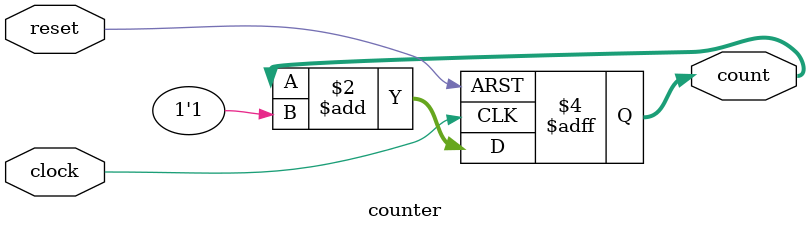
<source format=v>
`timescale 1ns / 1ps
module counter(count, reset, clock);
output reg [15:0] count = 16'b0;
input reset, clock;

always@(posedge clock or posedge reset)
begin
	if(reset)
	begin
		count = 16'b0; 
	end
	else
	begin
		count = count + 1'b1; 
		end
end
endmodule

</source>
